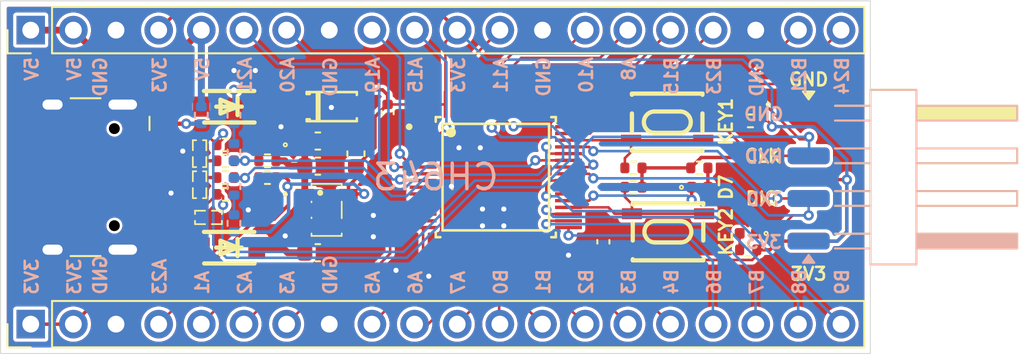
<source format=kicad_pcb>
(kicad_pcb (version 20241229) (generator "pcbnew") (generator_version "9.0")
  (layers (0 "F.Cu" signal) (2 "B.Cu" signal) (13 "F.Paste" user) (15 "B.Paste" user) (5 "F.SilkS" user "F.Silkscreen") (7 "B.SilkS" user "B.Silkscreen") (1 "F.Mask" user) (3 "B.Mask" user) (25 "Edge.Cuts" user))
  (net 0 "")
  (net 1 "+3.3V")
  (net 2 "GND")
  (net 3 "+5V")
  (net 4 "VBUS")
  (net 5 "Net-(D2-A)")
  (net 6 "EXT_5V")
  (net 7 "Net-(D5-A)")
  (net 8 "Net-(D7-A)")
  (net 9 "/LED")
  (net 10 "/CC1")
  (net 12 "/CC2")
  (net 14 "/PA23")
  (net 15 "/PA15")
  (net 16 "/PA21")
  (net 17 "/I2C_SDA")
  (net 18 "/PB23")
  (net 19 "/PB14")
  (net 20 "/PA8")
  (net 21 "/PA20")
  (net 22 "/I2C_SCL")
  (net 23 "/PB21")
  (net 24 "/PA19")
  (net 25 "/SPI_MOSI")
  (net 26 "/PA3")
  (net 27 "/PB6")
  (net 28 "/PB7")
  (net 29 "/PB4")
  (net 30 "/PB15")
  (net 31 "/SPI_MISO")
  (net 32 "/PB3")
  (net 33 "/PB1")
  (net 34 "/ADC_IN1")
  (net 36 "/PB8")
  (net 37 "/ADC_IN2{slash}CS")
  (net 38 "/MCO{slash}T1C1")
  (net 39 "/PB0")
  (net 40 "/SPI_SCK")
  (net 41 "/PB2")
  (net 42 "/USART1_TX")
  (net 43 "/USART1_RX")
  (net 44 "/SWCLK")
  (net 45 "/SWDIO")
  (net 46 "/USB_D-")
  (net 47 "/USB_D+")
  (net 48 "/KEY1")
  (net 49 "/KEY2")
  (net 70 "Net-(D10-A)")
  (net 71 "Net-(D11-A)")
  (net 72 "Net-(R10-Pad2)")
  (net 73 "Net-(R11-Pad2)")
  (net 74 "/D-")
  (net 75 "/D+")
  (footprint "Resistor_SMD:R_0402_1005Metric" (layer "F.Cu") (at 76.89 83.1)
    (property "Reference" "R16" (hide yes))
    (property "Value" "1k" (hide yes))
  )
  (footprint "Resistor_SMD:R_0402_1005Metric" (layer "F.Cu") (at 83.724999 86.83)
    (property "Reference" "R8" (hide yes))
    (property "Value" "1k" (hide yes))
  )
  (footprint "EasyEDA_Lib:SOD-123F_L2.8-W1.8-LS3.7-RD" (layer "F.Cu") (at 52.805 86.6945 180)
    (property "Reference" "D3" (hide yes))
    (property "Value" "MBR120V" (hide yes))
  )
  (footprint "LED_SMD:LED_0402_1005Metric" (layer "F.Cu") (at 80.839999 83.1)
    (property "Reference" "D7")
    (property "Value" "LED" (hide yes))
  )
  (footprint "EasyEDA_Lib:DFN1006-2L-BI" (layer "F.Cu") (at 51.05 81.100419 -90)
    (property "Reference" "D8" (hide yes))
    (property "Value" "PESDMC2FD5VB" (hide yes))
  )
  (footprint "EasyEDA_Lib:SOT-23-5_L3.0-W1.7-P0.95-LS2.8-BR" (layer "F.Cu") (at 58.616999 84.45 180)
    (property "Reference" "U2" (hide yes))
    (property "Value" "ME6217C33" (hide yes))
  )
  (footprint "LED_SMD:LED_0402_1005Metric" (layer "F.Cu") (at 55.067501 80.57542 180)
    (property "Reference" "D2" (hide yes))
    (property "Value" "LED" (hide yes))
  )
  (footprint "Capacitor_SMD:C_0603_1608Metric" (layer "F.Cu") (at 60.362 81.1 90)
    (property "Reference" "C11" (hide yes))
    (property "Value" "10uF" (hide yes))
  )
  (footprint "EasyEDA_Lib:SOD-123_L2.8-W1.8-LS3.7-RD" (layer "F.Cu") (at 59.009499 78.3)
    (property "Reference" "D6" (hide yes))
    (property "Value" "MM1Z20V" (hide yes))
  )
  (footprint "EasyEDA_Lib:SW-SMD_4P-L4.2-W3.3-P2.15-LS4.6" (layer "F.Cu") (at 78.95 85.755)
    (property "Reference" "KEY2")
    (property "Value" "Key")
  )
  (footprint "LED_SMD:LED_0402_1005Metric" (layer "F.Cu") (at 83.7 85.85 180)
    (property "Reference" "D10" (hide yes))
    (property "Value" "LED" (hide yes))
  )
  (footprint "Resistor_SMD:R_0402_1005Metric" (layer "F.Cu") (at 52.59 82.52542 180)
    (property "Reference" "R6" (hide yes))
    (property "Value" "0R" (hide yes))
  )
  (footprint "LED_SMD:LED_0402_1005Metric" (layer "F.Cu") (at 83.832501 78.17 180)
    (property "Reference" "D11" (hide yes))
    (property "Value" "LED" (hide yes))
  )
  (footprint "Connector_Harwin:Harwin_M20-89004xx_1x04_P2.54mm_Horizontal" (layer "F.Cu") (at 92.85 82.5)
    (property "Reference" "J5" (hide yes))
    (property "Value" "Conn_01x04_Pin" (hide yes))
  )
  (footprint "Connector_PinHeader_2.54mm:PinHeader_1x20_P2.54mm_Vertical" (layer "F.Cu") (at 40.995 73.745 90)
    (property "Reference" "J2" (hide yes))
    (property "Value" "Conn_01x20_Pin" (hide yes))
  )
  (footprint "Capacitor_SMD:C_0603_1608Metric" (layer "F.Cu") (at 58.091999 80.35)
    (property "Reference" "C2" (hide yes))
    (property "Value" "10uF" (hide yes))
  )
  (footprint "Resistor_SMD:R_0402_1005Metric" (layer "F.Cu") (at 83.857501 79.15)
    (property "Reference" "R9" (hide yes))
    (property "Value" "1k" (hide yes))
  )
  (footprint "EasyEDA_Lib:DFN1006-2L-BI" (layer "F.Cu") (at 51.579999 84.9)
    (property "Reference" "D1" (hide yes))
    (property "Value" "PESDMC2FD5VB" (hide yes))
  )
  (footprint "Capacitor_SMD:C_0603_1608Metric" (layer "F.Cu") (at 58.091999 87)
    (property "Reference" "C10" (hide yes))
    (property "Value" "10uF" (hide yes))
  )
  (footprint "Resistor_SMD:R_0402_1005Metric" (layer "F.Cu") (at 55.0925 82.52542)
    (property "Reference" "R4" (hide yes))
    (property "Value" "1k" (hide yes))
  )
  (footprint "Resistor_SMD:R_0402_1005Metric" (layer "F.Cu") (at 52.59 83.52542 180)
    (property "Reference" "R3" (hide yes))
    (property "Value" "NC" (hide yes))
  )
  (footprint "Resistor_SMD:R_0402_1005Metric" (layer "F.Cu") (at 76.89 81.95)
    (property "Reference" "R14" (hide yes))
    (property "Value" "1k" (hide yes))
  )
  (footprint "EasyEDA_Lib:LQFP-64_L7.0-W7.0-P0.40-LS9.2-BL" (layer "F.Cu") (at 68.69226 82.5 -90)
    (property "Reference" "U1" (hide yes))
    (property "Value" "CH643Q" (hide yes))
  )
  (footprint "Connector_USB:USB_C_Receptacle_HCTL_HC-TYPE-C-16P-01A" (layer "F.Cu") (at 43.37 82.5 -90)
    (property "Reference" "J1" (hide yes))
    (property "Value" "USB_C_Receptacle_USB2.0_16P" (hide yes))
  )
  (footprint "Capacitor_SMD:C_0402_1005Metric" (layer "F.Cu") (at 62.25 78.65 -90)
    (property "Reference" "C15" (hide yes))
    (property "Value" "0.1uF" (hide yes))
  )
  (footprint "EasyEDA_Lib:SW-SMD_4P-L4.2-W3.3-P2.15-LS4.6" (layer "F.Cu") (at 78.9 79.225 180)
    (property "Reference" "KEY1")
    (property "Value" "Key")
  )
  (footprint "Connector_PinHeader_2.54mm:PinHeader_1x20_P2.54mm_Vertical" (layer "F.Cu") (at 40.995 91.255 90)
    (property "Reference" "J3" (hide yes))
    (property "Value" "Conn_01x20_Pin" (hide yes))
  )
  (footprint "Capacitor_SMD:C_0402_1005Metric" (layer "F.Cu") (at 75.1 86.35 90)
    (property "Reference" "C1" (hide yes))
    (property "Value" "0.1uF" (hide yes))
  )
  (footprint "EasyEDA_Lib:SOD-123F_L2.8-W1.8-LS3.7-RD" (layer "F.Cu") (at 52.805 78.3 180)
    (property "Reference" "D4" (hide yes))
    (property "Value" "MBR120V" (hide yes))
  )
  (footprint "Resistor_SMD:R_0402_1005Metric" (layer "F.Cu") (at 52.59 80.57542)
    (property "Reference" "R2" (hide yes))
    (property "Value" "NC" (hide yes))
  )
  (footprint "Resistor_SMD:R_0402_1005Metric" (layer "F.Cu") (at 55.0925 81.525418)
    (property "Reference" "R1" (hide yes))
    (property "Value" "2k" (hide yes))
  )
  (footprint "LED_SMD:LED_0402_1005Metric" (layer "F.Cu") (at 55.067501 83.52542 180)
    (property "Reference" "D5" (hide yes))
    (property "Value" "LED" (hide yes))
  )
  (footprint "Resistor_SMD:R_0402_1005Metric" (layer "F.Cu") (at 52.59 81.525418 180)
    (property "Reference" "R5" (hide yes))
    (property "Value" "0R")
  )
  (footprint "Resistor_SMD:R_0402_1005Metric" (layer "F.Cu") (at 80.815 81.95 180)
    (property "Reference" "R7" (hide yes))
    (property "Value" "1k" (hide yes))
  )
  (footprint "EasyEDA_Lib:DFN1006-2L-BI" (layer "F.Cu") (at 51.05 82.950419 90)
    (property "Reference" "D9" (hide yes))
    (property "Value" "PESDMC2FD5VB" (hide yes))
  )
  (footprint "Capacitor_SMD:C_0603_1608Metric" (layer "F.Cu") (at 58.091999 81.844965)
    (property "Reference" "C3" (hide yes))
    (property "Value" "0.1uF" (hide yes))
  )
  (footprint "Resistor_SMD:R_0402_1005Metric" (layer "B.Cu") (at 53.1 81.015419 90)
    (property "Reference" "R10" (hide yes))
    (property "Value" "NC" (hide yes))
  )
  (footprint "Resistor_SMD:R_0402_1005Metric" (layer "B.Cu") (at 53.1 78.809999 90)
    (property "Reference" "R13" (hide yes))
    (property "Value" "4.7k" (hide yes))
  )
  (footprint "Resistor_SMD:R_0402_1005Metric" (layer "B.Cu") (at 51.155 78.809999 -90)
    (property "Reference" "R12" (hide yes))
    (property "Value" "NC" (hide yes))
  )
  (footprint "Resistor_SMD:R_0402_1005Metric" (layer "B.Cu") (at 53.099999 85.249799 -90)
    (property "Reference" "R15" (hide yes))
    (property "Value" "4.7k" (hide yes))
  )
  (footprint "Connector_Harwin:Harwin_M20-89004xx_1x04_P2.54mm_Horizontal" (layer "B.Cu") (at 92.85 82.5)
    (property "Reference" "J4" (hide yes))
    (property "Value" "Conn_01x04_Pin" (hide yes))
  )
  (footprint "Resistor_SMD:R_0402_1005Metric" (layer "B.Cu") (at 53.099999 83.059999 -90)
    (property "Reference" "R11" (hide yes))
    (property "Value" "NC" (hide yes))
  )
  (gr_rect (start 39.2 72) (end 91 93) (stroke (width 0.05)) (fill no) (layer "Edge.Cuts"))
  (gr_text "DIO" (at 84.55 83.770001 0) (layer "F.SilkS") (effects (font (size 0.762 0.762) (thickness 0.1524))))
  (gr_text "GND" (at 87.325 76.688369 0) (layer "F.SilkS") (effects (font (size 0.762 0.762) (thickness 0.1524))))
  (gr_text "CLK" (at 84.6 81.229999 0) (layer "F.SilkS") (effects (font (size 0.762 0.762) (thickness 0.1524))))
  (gr_text "3V3" (at 87.325 88.261632 0) (layer "F.SilkS") (effects (font (size 0.762 0.762) (thickness 0.1524))))
  (gr_text "A1" (at 51.660968 88.000343 90) (layer "B.SilkS") (effects (font (size 0.762 0.762) (thickness 0.1524) (bold yes)) (justify left bottom mirror)))
  (gr_text "CH643" (at 68.989829 83.385444 0) (layer "B.SilkS") (effects (font (size 1.524 1.524) (thickness 0.2032)) (justify left bottom mirror)))
  (gr_text "A6" (at 64.360968 88.000343 90) (layer "B.SilkS") (effects (font (size 0.762 0.762) (thickness 0.1524) (bold yes)) (justify left bottom mirror)))
  (gr_text "GND" (at 84.680968 75.268056 90) (layer "B.SilkS") (effects (font (size 0.762 0.762) (thickness 0.1524) (bold yes)) (justify left bottom mirror)))
  (gr_text "GND" (at 71.980968 75.268056 90) (layer "B.SilkS") (effects (font (size 0.762 0.762) (thickness 0.1524) (bold yes)) (justify left bottom mirror)))
  (gr_text "B2" (at 74.520968 87.891486 90) (layer "B.SilkS") (effects (font (size 0.762 0.762) (thickness 0.1524) (bold yes)) (justify left bottom mirror)))
  (gr_text "B4" (at 79.600968 87.891486 90) (layer "B.SilkS") (effects (font (size 0.762 0.762) (thickness 0.1524) (bold yes)) (justify left bottom mirror)))
  (gr_text "A19" (at 61.820968 75.268056 90) (layer "B.SilkS") (effects (font (size 0.762 0.762) (thickness 0.1524) (bold yes)) (justify left bottom mirror)))
  (gr_text "A5" (at 61.820968 88.000343 90) (layer "B.SilkS") (effects (font (size 0.762 0.762) (thickness 0.1524) (bold yes)) (justify left bottom mirror)))
  (gr_text "GND" (at 59.280968 75.268056 90) (layer "B.SilkS") (effects (font (size 0.762 0.762) (thickness 0.1524) (bold yes)) (justify left bottom mirror)))
  (gr_text "B21" (at 87.220968 75.268056 90) (layer "B.SilkS") (effects (font (size 0.762 0.762) (thickness 0.1524) (bold yes)) (justify left bottom mirror)))
  (gr_text "A2" (at 54.200968 88.000343 90) (layer "B.SilkS") (effects (font (size 0.762 0.762) (thickness 0.1524) (bold yes)) (justify left bottom mirror)))
  (gr_text "5V" (at 51.660968 75.268056 90) (layer "B.SilkS") (effects (font (size 0.762 0.762) (thickness 0.1524) (bold yes)) (justify left bottom mirror)))
  (gr_text "B3" (at 77.060968 87.891486 90) (layer "B.SilkS") (effects (font (size 0.762 0.762) (thickness 0.1524) (bold yes)) (justify left bottom mirror)))
  (gr_text "A23" (at 49.120968 87.274629 90) (layer "B.SilkS") (effects (font (size 0.762 0.762) (thickness 0.1524) (bold yes)) (justify left bottom mirror)))
  (gr_text "5V" (at 41.500968 75.268056 90) (layer "B.SilkS") (effects (font (size 0.762 0.762) (thickness 0.1524) (bold yes)) (justify left bottom mirror)))
  (gr_text "A11" (at 69.440968 75.268056 90) (layer "B.SilkS") (effects (font (size 0.762 0.762) (thickness 0.1524) (bold yes)) (justify left bottom mirror)))
  (gr_text "GND" (at 59.280968 87.056914 90) (layer "B.SilkS") (effects (font (size 0.762 0.762) (thickness 0.1524) (bold yes)) (justify left bottom mirror)))
  (gr_text "3V3" (at 41.500968 87.274629 90) (layer "B.SilkS") (effects (font (size 0.762 0.762) (thickness 0.1524) (bold yes)) (justify left bottom mirror)))
  (gr_text "RXD" (at 85.877257 81.735967 0) (layer "B.SilkS") (effects (font (size 0.762 0.762) (thickness 0.1524) (bold yes)) (justify left bottom mirror)))
  (gr_text "3V3" (at 44.040968 87.274629 90) (layer "B.SilkS") (effects (font (size 0.762 0.762) (thickness 0.1524) (bold yes)) (justify left bottom mirror)))
  (gr_text "TXD" (at 85.786543 84.275969 0) (layer "B.SilkS") (effects (font (size 0.762 0.762) (thickness 0.1524) (bold yes)) (justify left bottom mirror)))
  (gr_text "B7" (at 84.680968 87.891486 90) (layer "B.SilkS") (effects (font (size 0.762 0.762) (thickness 0.1524) (bold yes)) (justify left bottom mirror)))
  (gr_text "B23" (at 82.140968 75.268056 90) (layer "B.SilkS") (effects (font (size 0.762 0.762) (thickness 0.1524) (bold yes)) (justify left bottom mirror)))
  (gr_text "5V" (at 44.040968 75.268056 90) (layer "B.SilkS") (effects (font (size 0.762 0.762) (thickness 0.1524) (bold yes)) (justify left bottom mirror)))
  (gr_text "GND\n" (at 45.580968 75.268056 90) (layer "B.SilkS") (effects (font (size 0.762 0.762) (thickness 0.1524) (bold yes)) (justify left bottom mirror)))
  (gr_text "A15" (at 64.360968 75.268056 90) (layer "B.SilkS") (effects (font (size 0.762 0.762) (thickness 0.1524) (bold yes)) (justify left bottom mirror)))
  (gr_text "GND" (at 85.913543 79.195968 0) (layer "B.SilkS") (effects (font (size 0.762 0.762) (thickness 0.1524) (bold yes)) (justify left bottom mirror)))
  (gr_text "B0" (at 69.440968 87.891486 90) (layer "B.SilkS") (effects (font (size 0.762 0.762) (thickness 0.1524) (bold yes)) (justify left bottom mirror)))
  (gr_text "A21" (at 54.200968 75.268056 90) (layer "B.SilkS") (effects (font (size 0.762 0.762) (thickness 0.1524) (bold yes)) (justify left bottom mirror)))
  (gr_text "B1" (at 71.980968 87.891486 90) (layer "B.SilkS") (effects (font (size 0.762 0.762) (thickness 0.1524) (bold yes)) (justify left bottom mirror)))
  (gr_text "A7" (at 66.900968 88.000343 90) (layer "B.SilkS") (effects (font (size 0.762 0.762) (thickness 0.1524) (bold yes)) (justify left bottom mirror)))
  (gr_text "3V3" (at 66.900968 75.268056 90) (layer "B.SilkS") (effects (font (size 0.762 0.762) (thickness 0.1524) (bold yes)) (justify left bottom mirror)))
  (gr_text "B6" (at 82.140968 87.891486 90) (layer "B.SilkS") (effects (font (size 0.762 0.762) (thickness 0.1524) (bold yes)) (justify left bottom mirror)))
  (gr_text "B9" (at 89.760968 87.891486 90) (layer "B.SilkS") (effects (font (size 0.762 0.762) (thickness 0.1524) (bold yes)) (justify left bottom mirror)))
  (gr_text "A8" (at 77.060968 75.268056 90) (layer "B.SilkS") (effects (font (size 0.762 0.762) (thickness 0.1524) (bold yes)) (justify left bottom mirror)))
  (gr_text "GND" (at 45.580968 87.056914 90) (layer "B.SilkS") (effects (font (size 0.762 0.762) (thickness 0.1524) (bold yes)) (justify left bottom mirror)))
  (gr_text "3V3" (at 49.120968 75.268056 90) (layer "B.SilkS") (effects (font (size 0.762 0.762) (thickness 0.1524) (bold yes)) (justify left bottom mirror)))
  (gr_text "B24" (at 89.760968 75.268056 90) (layer "B.SilkS") (effects (font (size 0.762 0.762) (thickness 0.1524) (bold yes)) (justify left bottom mirror)))
  (gr_text "B8" (at 87.220968 87.891486 90) (layer "B.SilkS") (effects (font (size 0.762 0.762) (thickness 0.1524) (bold yes)) (justify left bottom mirror)))
  (gr_text "A20" (at 56.740968 75.268056 90) (layer "B.SilkS") (effects (font (size 0.762 0.762) (thickness 0.1524) (bold yes)) (justify left bottom mirror)))
  (gr_text "A3" (at 56.740968 88.000343 90) (layer "B.SilkS") (effects (font (size 0.762 0.762) (thickness 0.1524) (bold yes)) (justify left bottom mirror)))
  (gr_text "A10" (at 74.520968 75.268056 90) (layer "B.SilkS") (effects (font (size 0.762 0.762) (thickness 0.1524) (bold yes)) (justify left bottom mirror)))
  (gr_text "3V3" (at 85.804686 86.815968 0) (layer "B.SilkS") (effects (font (size 0.762 0.762) (thickness 0.1524) (bold yes)) (justify left bottom mirror)))
  (gr_text "B15" (at 79.600968 75.268056 90) (layer "B.SilkS") (effects (font (size 0.762 0.762) (thickness 0.1524) (bold yes)) (justify left bottom mirror)))
  (segment (start 80.305001 81.95) (end 80.927601 81.3274) (width 0.2032) (layer "F.Cu") (net 1))
  (segment (start 83.9678 87.4322) (end 84.234998 87.165002) (width 0.1524) (layer "F.Cu") (net 1))
  (segment (start 61.5 80.737) (end 61.5 78.9) (width 0.2032) (layer "F.Cu") (net 1))
  (segment (start 59.916999 83.033001) (end 59.916999 83.5) (width 0.2032) (layer "F.Cu") (net 1))
  (segment (start 60.362 81.875) (end 60.362 82.588) (width 0.2032) (layer "F.Cu") (net 1))
  (segment (start 84.234998 87.165002) (end 84.234998 86.879998) (width 0.1524) (layer "F.Cu") (net 1))
  (segment (start 56.283248 82.951994) (end 56.349798 82.885444) (width 0.2032) (layer "F.Cu") (net 1))
  (segment (start 74.7 88.1) (end 75.1 87.7) (width 0.1524) (layer "F.Cu") (net 1))
  (segment (start 43.5225 91.255) (end 47.1549 87.6226) (width 0.2032) (layer "F.Cu") (net 1))
  (segment (start 83.541696 81.3274) (end 84.864296 82.65) (width 0.2032) (layer "F.Cu") (net 1))
  (segment (start 75.1 86.83) (end 75.43 86.83) (width 0.1524) (layer "F.Cu") (net 1))
  (segment (start 61.95 77.3) (end 62.25 77.6) (width 0.2032) (layer "F.Cu") (net 1))
  (segment (start 62.25 78.17) (end 65.69226 78.17) (width 0.1524) (layer "F.Cu") (net 1))
  (segment (start 55.5 85) (end 56.349798 84.150202) (width 0.2032) (layer "F.Cu") (net 1))
  (segment (start 65.69226 74.44774) (end 66.395 73.745) (width 0.1524) (layer "F.Cu") (net 1))
  (segment (start 53.1 77.3) (end 61.95 77.3) (width 0.2032) (layer "F.Cu") (net 1))
  (segment (start 54.4 85) (end 55.5 85) (width 0.2032) (layer "F.Cu") (net 1))
  (segment (start 89.04 86.31) (end 89.6 85.75) (width 0.2032) (layer "F.Cu") (net 1))
  (segment (start 65.69226 78.17) (end 65.69226 74.44774) (width 0.1524) (layer "F.Cu") (net 1))
  (segment (start 87.325 86.31) (end 89.04 86.31) (width 0.2032) (layer "F.Cu") (net 1))
  (segment (start 56.349798 84.150202) (end 56.349798 83.1223) (width 0.2032) (layer "F.Cu") (net 1))
  (segment (start 65.2424 72.5924) (end 66.395 73.745) (width 0.2032) (layer "F.Cu") (net 1))
  (segment (start 56.349798 82.885444) (end 56.349798 82.699798) (width 0.2032) (layer "F.Cu") (net 1))
  (segment (start 71.29226 87.8844) (end 71.50786 88.1) (width 0.1524) (layer "F.Cu") (net 1))
  (segment (start 84.864296 82.65) (end 89.6 82.65) (width 0.2032) (layer "F.Cu") (net 1))
  (segment (start 59.916999 83.5) (end 60.85 83.5) (width 0.2032) (layer "F.Cu") (net 1))
  (segment (start 85.15 79.42166) (end 84.87834 79.15) (width 0.1524) (layer "F.Cu") (net 1))
  (segment (start 80.927601 81.3274) (end 83.541696 81.3274) (width 0.2032) (layer "F.Cu") (net 1))
  (segment (start 85.54 86.31) (end 87.325 86.31) (width 0.2032) (layer "F.Cu") (net 1))
  (segment (start 56.17542 82.52542) (end 55.602499 82.52542) (width 0.2032) (layer "F.Cu") (net 1))
  (segment (start 62.25 77.6) (end 62.25 78.17) (width 0.2032) (layer "F.Cu") (net 1))
  (segment (start 75.43 86.83) (end 76.0322 87.4322) (width 0.1524) (layer "F.Cu") (net 1))
  (segment (start 76.0322 87.4322) (end 83.9678 87.4322) (width 0.1524) (layer "F.Cu") (net 1))
  (segment (start 51.7774 87.6226) (end 54.4 85) (width 0.2032) (layer "F.Cu") (net 1))
  (segment (start 71.29226 86.83) (end 71.29226 87.8844) (width 0.1524) (layer "F.Cu") (net 1))
  (segment (start 77.399999 81.95) (end 80.305001 81.95) (width 0.2032) (layer "F.Cu") (net 1))
  (segment (start 40.9825 91.255) (end 43.5225 91.255) (width 0.2032) (layer "F.Cu") (net 1))
  (segment (start 84.87834 79.15) (end 84.367501 79.15) (width 0.1524) (layer "F.Cu") (net 1))
  (segment (start 49.7676 72.5924) (end 65.2424 72.5924) (width 0.2032) (layer "F.Cu") (net 1))
  (segment (start 47.1549 87.6226) (end 51.7774 87.6226) (width 0.2032) (layer "F.Cu") (net 1))
  (segment (start 48.615 73.745) (end 49.7676 72.5924) (width 0.2032) (layer "F.Cu") (net 1))
  (segment (start 85.13917 79.50817) (end 85.15 79.49734) (width 0.1524) (layer "F.Cu") (net 1))
  (segment (start 84.234998 86.83) (end 85.02 86.83) (width 0.2032) (layer "F.Cu") (net 1))
  (segment (start 56.349798 82.699798) (end 56.17542 82.52542) (width 0.2032) (layer "F.Cu") (net 1))
  (segment (start 60.362 82.588) (end 59.916999 83.033001) (width 0.2032) (layer "F.Cu") (net 1))
  (segment (start 56.349798 83.1223) (end 56.283248 83.05575) (width 0.2032) (layer "F.Cu") (net 1))
  (segment (start 85.02 86.83) (end 85.54 86.31) (width 0.2032) (layer "F.Cu") (net 1))
  (segment (start 75.1 87.7) (end 75.1 86.83) (width 0.1524) (layer "F.Cu") (net 1))
  (segment (start 61.5 78.9) (end 62.23 78.17) (width 0.2032) (layer "F.Cu") (net 1))
  (segment (start 62.23 78.17) (end 62.25 78.17) (width 0.2032) (layer "F.Cu") (net 1))
  (segment (start 77.399999 83.1) (end 77.399999 81.95) (width 0.2032) (layer "F.Cu") (net 1))
  (segment (start 71.50786 88.1) (end 74.7 88.1) (width 0.1524) (layer "F.Cu") (net 1))
  (segment (start 56.283248 83.05575) (end 56.283248 82.951994) (width 0.2032) (layer "F.Cu") (net 1))
  (segment (start 89.6 85.75) (end 89.6 82.65) (width 0.2032) (layer "F.Cu") (net 1))
  (segment (start 85.15 79.49734) (end 85.15 79.42166) (width 0.1524) (layer "F.Cu") (net 1))
  (segment (start 60.362 81.875) (end 61.5 80.737) (width 0.2032) (layer "F.Cu") (net 1))
  (via (at 85.13917 79.4926) (size 0.6096) (drill 0.3048) (layers "F.Cu" "B.Cu") (net 1))
  (via (at 60.85 83.5) (size 0.6096) (drill 0.3048) (layers "F.Cu" "B.Cu") (net 1))
  (via (at 89.6 82.65) (size 0.6096) (drill 0.3048) (layers "F.Cu" "B.Cu") (net 1))
  (via (at 56.283248 83.05575) (size 0.6096) (drill 0.3048) (layers "F.Cu" "B.Cu") (net 1))
  (via (at 53.1 77.3) (size 0.6096) (drill 0.3048) (layers "F.Cu" "B.Cu") (net 1))
  (segment (start 56.349798 84.650202) (end 55.240202 85.759798) (width 0.2032) (layer "B.Cu") (net 1))
  (segment (start 89.6 81.466577) (end 89.6 82.65) (width 0.2032) (layer "B.Cu") (net 1))
  (segment (start 56.283248 83.05575) (end 56.349798 83.1223) (width 0.2032) (layer "B.Cu") (net 1))
  (segment (start 85.13917 77.23917) (end 83.4 75.5) (width 0.1524) (layer "B.Cu") (net 1))
  (segment (start 85.13917 79.4926) (end 85.13917 77.23917) (width 0.1524) (layer "B.Cu") (net 1))
  (segment (start 56.283248 83.05575) (end 56.283248 83.01271) (width 0.2032) (layer "B.Cu") (net 1))
  (segment (start 83.4 75.5) (end 68.15 75.5) (width 0.1524) (layer "B.Cu") (net 1))
  (segment (start 85.16083 79.50817) (end 85.1764 79.4926) (width 0.2032) (layer "B.Cu") (net 1))
  (segment (start 85.13917 79.4926) (end 85.15474 79.50817) (width 0.2032) (layer "B.Cu") (net 1))
  (segment (start 89.6 85.75) (end 89.6 82.65) (width 0.2032) (layer "B.Cu") (net 1))
  (segment (start 56.380156 82.915802) (end 60.265802 82.915802) (width 0.2032) (layer "B.Cu") (net 1))
  (segment (start 85.1764 79.4926) (end 87.626023 79.4926) (width 0.2032) (layer "B.Cu") (net 1))
  (segment (start 60.265802 82.915802) (end 60.85 83.5) (width 0.2032) (layer "B.Cu") (net 1))
  (segment (start 56.349798 83.1223) (end 56.349798 84.650202) (width 0.2032) (layer "B.Cu") (net 1))
  (segment (start 87.325 86.31) (end 89.04 86.31) (width 0.2032) (layer "B.Cu") (net 1))
  (segment (start 55.240202 85.759798) (end 53.099999 85.759798) (width 0.2032) (layer "B.Cu") (net 1))
  (segment (start 68.15 75.5) (end 66.395 73.745) (width 0.1524) (layer "B.Cu") (net 1))
  (segment (start 85.15474 79.50817) (end 85.16083 79.50817) (width 0.2032) (layer "B.Cu") (net 1))
  (segment (start 53.1 78.3) (end 53.1 77.3) (width 0.2032) (layer "B.Cu") (net 1))
  (segment (start 87.626023 79.4926) (end 89.6 81.466577) (width 0.2032) (layer "B.Cu") (net 1))
  (segment (start 89.04 86.31) (end 89.6 85.75) (width 0.2032) (layer "B.Cu") (net 1))
  (segment (start 56.283248 83.01271) (end 56.380156 82.915802) (width 0.2032) (layer "B.Cu") (net 1))
  (via (at 53.1 76.15) (size 0.6096) (drill 0.3048) (layers "F.Cu" "B.Cu") (net 2))
  (via (at 61.4 84.779999) (size 0.6096) (drill 0.3048) (layers "F.Cu" "B.Cu") (net 2))
  (via (at 69.17 84.4) (size 0.6096) (drill 0.3048) (layers "F.Cu" "B.Cu") (net 2))
  (via (at 73.02226 87.15) (size 0.6096) (drill 0.3048) (layers "F.Cu" "B.Cu") (net 2))
  (via (at 67.9 84.4) (size 0.6096) (drill 0.3048) (layers "F.Cu" "B.Cu") (net 2))
  (via (at 67.9 85.4) (size 0.6096) (drill 0.3048) (layers "F.Cu" "B.Cu") (net 2))
  (via (at 67.77 80.75) (size 0.6096) (drill 0.3048) (layers "F.Cu" "B.Cu") (net 2))
  (via (at 64.7 88.4) (size 0.6096) (drill 0.3048) (layers "F.Cu" "B.Cu") (net 2))
  (via (at 50.05 80.95) (size 0.6096) (drill 0.3048) (layers "F.Cu" "B.Cu") (net 2))
  (via (at 54.37 76.15) (size 0.6096) (drill 0.3048) (layers "F.Cu" "B.Cu") (net 2))
  (via (at 58.9 78.35) (size 0.6096) (drill 0.3048) (layers "F.Cu" "B.Cu") (net 2))
  (via (at 55.9 79.5) (size 0.6096) (drill 0.3048) (layers "F.Cu" "B.Cu") (net 2))
  (via (at 53.95 84.45) (size 0.6096) (drill 0.3048) (layers "F.Cu" "B.Cu") (net 2))
  (via (at 61.4 86.05) (size 0.6096) (drill 0.3048) (layers "F.Cu" "B.Cu") (net 2))
  (via (at 66.05 83.05) (size 0.6096) (drill 0.3048) (layers "F.Cu" "B.Cu") (net 2))
  (via (at 56.15 86) (size 0.6096) (drill 0.3048) (layers "F.Cu" "B.Cu") (net 2))
  (via (at 62.75 88.05) (size 0.6096) (drill 0.3048) (layers "F.Cu" "B.Cu") (net 2))
  (via (at 69.17 85.4) (size 0.6096) (drill 0.3048) (layers "F.Cu" "B.Cu") (net 2))
  (via (at 66.5 80.75) (size 0.6096) (drill 0.3048) (layers "F.Cu" "B.Cu") (net 2))
  (via (at 49.35 83.45) (size 0.6096) (drill 0.3048) (layers "F.Cu" "B.Cu") (net 2))
  (segment (start 58.6 83.95) (end 58.6 84.9) (width 0.4064) (layer "F.Cu") (net 3))
  (segment (start 57.316999 80.35) (end 57.316999 81.844965) (width 0.4064) (layer "F.Cu") (net 3))
  (segment (start 58.1 85.4) (end 57.316999 85.4) (width 0.4064) (layer "F.Cu") (net 3))
  (segment (start 54.455 78.3) (end 57.316999 78.3) (width 0.4064) (layer "F.Cu") (net 3))
  (segment (start 54.455 86.6945) (end 55.9945 86.6945) (width 0.4064) (layer "F.Cu") (net 3))
  (segment (start 57.316999 87) (end 57.316999 85.4) (width 0.4064) (layer "F.Cu") (net 3))
  (segment (start 57.316999 78.3) (end 57.316999 80.35) (width 0.4064) (layer "F.Cu") (net 3))
  (segment (start 57.316999 83.5) (end 58.15 83.5) (width 0.4064) (layer "F.Cu") (net 3))
  (segment (start 56.3 87) (end 57.316999 87) (width 0.4064) (layer "F.Cu") (net 3))
  (segment (start 57.316999 81.844965) (end 57.316999 83.5) (width 0.4064) (layer "F.Cu") (net 3))
  (segment (start 56.125418 81.525418) (end 55.602499 81.525418) (width 0.4064) (layer "F.Cu") (net 3))
  (segment (start 55.9945 86.6945) (end 56.3 87) (width 0.4064) (layer "F.Cu") (net 3))
  (segment (start 58.6 84.9) (end 58.1 85.4) (width 0.4064) (layer "F.Cu") (net 3))
  (segment (start 57.316999 81.844965) (end 56.444965 81.844965) (width 0.4064) (layer "F.Cu") (net 3))
  (segment (start 56.444965 81.844965) (end 56.125418 81.525418) (width 0.4064) (layer "F.Cu") (net 3))
  (segment (start 58.15 83.5) (end 58.6 83.95) (width 0.4064) (layer "F.Cu") (net 3))
  (segment (start 51.155 84.9) (end 51.155 86.6945) (width 0.254) (layer "F.Cu") (net 4))
  (segment (start 45.6566 84.013608) (end 46.542992 84.9) (width 0.254) (layer "F.Cu") (net 4))
  (segment (start 47.115 84.9) (end 51.155 84.9) (width 0.254) (layer "F.Cu") (net 4))
  (segment (start 48.35 80.1) (end 49.130002 79.319998) (width 0.254) (layer "F.Cu") (net 4))
  (segment (start 47.115 80.1) (end 46.507072 80.1) (width 0.254) (layer "F.Cu") (net 4))
  (segment (start 47.115 80.1) (end 48.35 80.1) (width 0.254) (layer "F.Cu") (net 4))
  (segment (start 45.6566 80.950472) (end 45.6566 84.013608) (width 0.254) (layer "F.Cu") (net 4))
  (segment (start 46.507072 80.1) (end 45.6566 80.950472) (width 0.254) (layer "F.Cu") (net 4))
  (segment (start 49.130002 79.319998) (end 50.25 79.319998) (width 0.254) (layer "F.Cu") (net 4))
  (segment (start 46.542992 84.9) (end 47.115 84.9) (width 0.254) (layer "F.Cu") (net 4))
  (via (at 50.25 79.319998) (size 0.6096) (drill 0.3048) (layers "F.Cu" "B.Cu") (net 4))
  (segment (start 51.155 79.319998) (end 50.25 79.319998) (width 0.254) (layer "B.Cu") (net 4))
  (segment (start 50.25 79.319998) (end 50.230002 79.319998) (width 0.2032) (layer "B.Cu") (net 4))
  (segment (start 54.582501 80.57542) (end 54.582501 81.525418) (width 0.2032) (layer "F.Cu") (net 5))
  (segment (start 51.155 78.3) (end 51.155 73.745) (width 0.4064) (layer "F.Cu") (net 6))
  (segment (start 43.535 73.745) (end 44.7892 74.9992) (width 0.4064) (layer "F.Cu") (net 6))
  (segment (start 49.9008 74.9992) (end 51.155 73.745) (width 0.4064) (layer "F.Cu") (net 6))
  (segment (start 40.995 73.745) (end 43.535 73.745) (width 0.4064) (layer "F.Cu") (net 6))
  (segment (start 44.7892 74.9992) (end 49.9008 74.9992) (width 0.4064) (layer "F.Cu") (net 6))
  (segment (start 51.155 78.3) (end 51.155 73.745) (width 0.4064) (layer "B.Cu") (net 6))
  (segment (start 54.582501 82.52542) (end 54.582501 83.52542) (width 0.2032) (layer "F.Cu") (net 7))
  (segment (start 81.324999 83.1) (end 81.324999 81.95) (width 0.2032) (layer "F.Cu") (net 8))
  (segment (start 74.431 83.669) (end 74.431 83.719) (width 0.1524) (layer "F.Cu") (net 9))
  (segment (start 74.5 83.6) (end 74.431 83.669) (width 0.1524) (layer "F.Cu") (net 9))
  (segment (start 80.354999 83.1) (end 80.354999 83.845001) (width 0.2032) (layer "F.Cu") (net 9))
  (segment (start 74.25 83.9) (end 73.02226 83.9) (width 0.1524) (layer "F.Cu") (net 9))
  (segment (start 74.431 83.719) (end 74.25 83.9) (width 0.1524) (layer "F.Cu") (net 9))
  (via (at 80.354999 83.845001) (size 0.6096) (drill 0.3048) (layers "F.Cu" "B.Cu") (net 9))
  (via (at 74.5 83.6) (size 0.6096) (drill 0.3048) (layers "F.Cu" "B.Cu") (net 9))
  (segment (start 80.354999 83.845001) (end 80.109998 83.6) (width 0.1524) (layer "B.Cu") (net 9))
  (segment (start 80.109998 83.6) (end 74.5 83.6) (width 0.1524) (layer "B.Cu") (net 9))
  (segment (start 52.45 80.20542) (end 52.45 79.9) (width 0.1524) (layer "F.Cu") (net 10))
  (segment (start 47.115 81.25) (end 48.65 81.25) (width 0.1524) (layer "F.Cu") (net 10))
  (segment (start 69.624802 79.474802) (end 69.29226 79.14226) (width 0.1524) (layer "F.Cu") (net 10))
  (segment (start 69.75 79.474802) (end 69.624802 79.474802) (width 0.1524) (layer "F.Cu") (net 10))
  (segment (start 52.08 80.57542) (end 52.45 80.20542) (width 0.1524) (layer "F.Cu") (net 10))
  (segment (start 49.72678 80.17322) (end 51.6778 80.17322) (width 0.1524) (layer "F.Cu") (net 10))
  (segment (start 48.65 81.25) (end 49.72678 80.17322) (width 0.1524) (layer "F.Cu") (net 10))
  (segment (start 51.6778 80.17322) (end 52.08 80.57542) (width 0.1524) (layer "F.Cu") (net 10))
  (segment (start 69.29226 79.14226) (end 69.29226 78.170001) (width 0.1524) (layer "F.Cu") (net 10))
  (via (at 52.45 79.9) (size 0.6096) (drill 0.3048) (layers "F.Cu" "B.Cu") (net 10))
  (via (at 69.75 79.474802) (size 0.6096) (drill 0.3048) (layers "F.Cu" "B.Cu") (net 10))
  (segment (start 51.868 86.517784) (end 51.868 80.482) (width 0.1524) (layer "B.Cu") (net 10))
  (segment (start 72.074585 79.474802) (end 73.1 80.500217) (width 0.1524) (layer "B.Cu") (net 10))
  (segment (start 73.0534 81.51924) (end 71.515839 83.0568) (width 0.1524) (layer "B.Cu") (net 10))
  (segment (start 73.1 80.500217) (end 73.1 81.45) (width 0.1524) (layer "B.Cu") (net 10))
  (segment (start 67.6 83.1) (end 63.3966 87.3034) (width 0.1524) (layer "B.Cu") (net 10))
  (segment (start 71.515839 83.0568) (end 71.4932 83.0568) (width 0.1524) (layer "B.Cu") (net 10))
  (segment (start 71.4932 83.0568) (end 71.45 83.1) (width 0.1524) (layer "B.Cu") (net 10))
  (segment (start 51.868 80.482) (end 52.45 79.9) (width 0.1524) (layer "B.Cu") (net 10))
  (segment (start 63.3966 87.3034) (end 52.653616 87.3034) (width 0.1524) (layer "B.Cu") (net 10))
  (segment (start 73.0534 81.4966) (end 73.0534 81.51924) (width 0.1524) (layer "B.Cu") (net 10))
  (segment (start 52.653616 87.3034) (end 51.868 86.517784) (width 0.1524) (layer "B.Cu") (net 10))
  (segment (start 69.75 79.474802) (end 72.074585 79.474802) (width 0.1524) (layer "B.Cu") (net 10))
  (segment (start 71.45 83.1) (end 67.6 83.1) (width 0.1524) (layer "B.Cu") (net 10))
  (segment (start 73.1 81.45) (end 73.0534 81.4966) (width 0.1524) (layer "B.Cu") (net 10))
  (segment (start 68.89226 79.10774) (end 68.45 79.55) (width 0.1524) (layer "F.Cu") (net 12))
  (segment (start 52.32542 83.52542) (end 52.45 83.65) (width 0.1524) (layer "F.Cu") (net 12))
  (segment (start 51.35542 84.25) (end 52.08 83.52542) (width 0.1524) (layer "F.Cu") (net 12))
  (segment (start 68.89226 78.17) (end 68.89226 79.10774) (width 0.1524) (layer "F.Cu") (net 12))
  (segment (start 47.115 84.25) (end 51.35542 84.25) (width 0.1524) (layer "F.Cu") (net 12))
  (segment (start 52.45 83.65) (end 52.45 84.15) (width 0.1524) (layer "F.Cu") (net 12))
  (segment (start 52.08 83.52542) (end 52.32542 83.52542) (width 0.1524) (layer "F.Cu") (net 12))
  (via (at 52.45 84.15) (size 0.6096) (drill 0.3048) (layers "F.Cu" "B.Cu") (net 12))
  (via (at 68.45 79.55) (size 0.6096) (drill 0.3048) (layers "F.Cu" "B.Cu") (net 12))
  (segment (start 72.7 80.6) (end 72.7 81.372856) (width 0.1524) (layer "B.Cu") (net 12))
  (segment (start 68.45 79.55) (end 69.018 80.118) (width 0.1524) (layer "B.Cu") (net 12))
  (segment (start 67.4466 82.7034) (end 63.2 86.95) (width 0.1524) (layer "B.Cu") (net 12))
  (segment (start 69.018 80.118) (end 72.218 80.118) (width 0.1524) (layer "B.Cu") (net 12))
  (segment (start 52.8 86.95) (end 52.4 86.55) (width 0.1524) (layer "B.Cu") (net 12))
  (segment (start 52.4 84.2) (end 52.45 84.15) (width 0.1524) (layer "B.Cu") (net 12))
  (segment (start 72.218 80.118) (end 72.7 80.6) (width 0.1524) (layer "B.Cu") (net 12))
  (segment (start 72.7 81.372856) (end 71.369456 82.7034) (width 0.1524) (layer "B.Cu") (net 12))
  (segment (start 63.2 86.95) (end 52.8 86.95) (width 0.1524) (layer "B.Cu") (net 12))
  (segment (start 52.4 86.55) (end 52.4 84.2) (width 0.1524) (layer "B.Cu") (net 12))
  (segment (start 71.369456 82.7034) (end 67.4466 82.7034) (width 0.1524) (layer "B.Cu") (net 12))
  (segment (start 51.7575 88.1) (end 61.35 88.1) (width 0.1524) (layer "F.Cu") (net 14))
  (segment (start 63.1 84.7) (end 64.362261 84.7) (width 0.1524) (layer "F.Cu") (net 14))
  (segment (start 61.35 88.1) (end 62.4 87.05) (width 0.1524) (layer "F.Cu") (net 14))
  (segment (start 48.6025 91.255) (end 51.7575 88.1) (width 0.1524) (layer "F.Cu") (net 14))
  (segment (start 62.4 87.05) (end 62.4 85.4) (width 0.1524) (layer "F.Cu") (net 14))
  (segment (start 62.4 85.4) (end 63.1 84.7) (width 0.1524) (layer "F.Cu") (net 14))
  (segment (start 64.36226 79.9) (end 65.4 79.9) (width 0.1524) (layer "F.Cu") (net 15))
  (segment (start 65.4 79.9) (end 65.75 79.55) (width 0.1524) (layer "F.Cu") (net 15))
  (via (at 65.75 79.55) (size 0.6096) (drill 0.3048) (layers "F.Cu" "B.Cu") (net 15))
  (segment (start 65.75 79.55) (end 65.75 75.64) (width 0.1524) (layer "B.Cu") (net 15))
  (segment (start 65.75 75.64) (end 63.855 73.745) (width 0.1524) (layer "B.Cu") (net 15))
  (segment (start 62.981173 82.63877) (end 62.981173 82.618827) (width 0.1524) (layer "F.Cu") (net 16))
  (segment (start 62.981173 82.618827) (end 63.3 82.3) (width 0.1524) (layer "F.Cu") (net 16))
  (segment (start 63.3 82.3) (end 64.36226 82.3) (width 0.1524) (layer "F.Cu") (net 16))
  (via (at 62.981173 82.63877) (size 0.6096) (drill 0.3048) (layers "F.Cu" "B.Cu") (net 16))
  (segment (start 62.565697 82.63877) (end 61.75 81.823073) (width 0.1524) (layer "B.Cu") (net 16))
  (segment (start 55.7 75.75) (end 53.695 73.745) (width 0.1524) (layer "B.Cu") (net 16))
  (segment (start 61.75 81.823073) (end 61.75 76.5) (width 0.1524) (layer "B.Cu") (net 16))
  (segment (start 61 75.75) (end 55.7 75.75) (width 0.1524) (layer "B.Cu") (net 16))
  (segment (start 61.75 76.5) (end 61 75.75) (width 0.1524) (layer "B.Cu") (net 16))
  (segment (start 62.981173 82.63877) (end 62.565697 82.63877) (width 0.1524) (layer "B.Cu") (net 16))
  (segment (start 67.29226 75.38774) (end 67.29226 78.17) (width 0.1524) (layer "F.Cu") (net 17))
  (segment (start 68.935 73.745) (end 67.29226 75.38774) (width 0.1524) (layer "F.Cu") (net 17))
  (segment (start 70.09226 77.1156) (end 70.09226 78.17) (width 0.1524) (layer "F.Cu") (net 18))
  (segment (start 71.05786 76.15) (end 70.09226 77.1156) (width 0.1524) (layer "F.Cu") (net 18))
  (segment (start 81.635 73.745) (end 79.23 76.15) (width 0.1524) (layer "F.Cu") (net 18))
  (segment (start 79.23 76.15) (end 71.05786 76.15) (width 0.1524) (layer "F.Cu") (net 18))
  (segment (start 86.05 76.95) (end 73.8 76.95) (width 0.1524) (layer "F.Cu") (net 19))
  (segment (start 89.255 73.745) (end 86.05 76.95) (width 0.1524) (layer "F.Cu") (net 19))
  (segment (start 73.8 76.95) (end 72.58 78.17) (width 0.1524) (layer "F.Cu") (net 19))
  (segment (start 72.58 78.17) (end 71.69226 78.17) (width 0.1524) (layer "F.Cu") (net 19))
  (segment (start 76.555 73.745) (end 74.9 75.4) (width 0.1524) (layer "F.Cu") (net 20))
  (segment (start 68.49226 77.1156) (end 68.49226 78.17) (width 0.1524) (layer "F.Cu") (net 20))
  (segment (start 74.9 75.4) (end 70.20786 75.4) (width 0.1524) (layer "F.Cu") (net 20))
  (segment (start 70.20786 75.4) (end 68.49226 77.1156) (width 0.1524) (layer "F.Cu") (net 20))
  (segment (start 64.362261 81.9) (end 62.65 81.9) (width 0.1524) (layer "F.Cu") (net 21))
  (via (at 62.65 81.9) (size 0.6096) (drill 0.3048) (layers "F.Cu" "B.Cu") (net 21))
  (segment (start 57.65 75.15) (end 56.245 73.745) (width 0.1524) (layer "B.Cu") (net 21))
  (segment (start 62.65 81.9) (end 62.3 81.55) (width 0.1524) (layer "B.Cu") (net 21))
  (segment (start 56.245 73.745) (end 56.235 73.745) (width 0.1524) (layer "B.Cu") (net 21))
  (segment (start 62.3 76.15) (end 61.3 75.15) (width 0.1524) (layer "B.Cu") (net 21))
  (segment (start 61.3 75.15) (end 57.65 75.15) (width 0.1524) (layer "B.Cu") (net 21))
  (segment (start 62.3 81.55) (end 62.3 76.15) (width 0.1524) (layer "B.Cu") (net 21))
  (segment (start 67.69226 77.115601) (end 67.69226 78.17) (width 0.1524) (layer "F.Cu") (net 22))
  (segment (start 74.015 73.745) (end 72.7134 75.0466) (width 0.1524) (layer "F.Cu") (net 22))
  (segment (start 72.7134 75.0466) (end 69.761261 75.0466) (width 0.1524) (layer "F.Cu") (net 22))
  (segment (start 69.761261 75.0466) (end 67.69226 77.115601) (width 0.1524) (layer "F.Cu") (net 22))
  (segment (start 86.715 73.745) (end 83.91 76.55) (width 0.1524) (layer "F.Cu") (net 23))
  (segment (start 70.89226 77.1156) (end 70.89226 78.170001) (width 0.1524) (layer "F.Cu") (net 23))
  (segment (start 71.45786 76.55) (end 70.89226 77.1156) (width 0.1524) (layer "F.Cu") (net 23))
  (segment (start 83.91 76.55) (end 71.45786 76.55) (width 0.1524) (layer "F.Cu") (net 23))
  (segment (start 62.978915 81.100727) (end 62.978915 81.128915) (width 0.1524) (layer "F.Cu") (net 24))
  (segment (start 62.978915 81.128915) (end 63.35 81.5) (width 0.1524) (layer "F.Cu") (net 24))
  (segment (start 63.35 81.5) (end 64.36226 81.5) (width 0.1524) (layer "F.Cu") (net 24))
  (via (at 62.978915 81.100727) (size 0.6096) (drill 0.3048) (layers "F.Cu" "B.Cu") (net 24))
  (segment (start 62.978915 75.408915) (end 61.315 73.745) (width 0.1524) (layer "B.Cu") (net 24))
  (segment (start 62.978915 81.100727) (end 62.978915 75.408915) (width 0.1524) (layer "B.Cu") (net 24))
  (segment (start 66.3825 91.255) (end 68.49226 89.14524) (width 0.1524) (layer "F.Cu") (net 25))
  (segment (start 68.49226 89.14524) (end 68.49226 86.83) (width 0.1524) (layer "F.Cu") (net 25))
  (segment (start 66.09226 88.45774) (end 66.09226 86.83) (width 0.1524) (layer "F.Cu") (net 26))
  (segment (start 64.85 89.7) (end 66.09226 88.45774) (width 0.1524) (layer "F.Cu") (net 26))
  (segment (start 56.2225 91.255) (end 57.7775 89.7) (width 0.1524) (layer "F.Cu") (net 26))
  (segment (start 57.7775 89.7) (end 64.85 89.7) (width 0.1524) (layer "F.Cu") (net 26))
  (segment (start 73.02226 85.5) (end 73.02226 85.97226) (width 0.1524) (layer "F.Cu") (net 27))
  (via (at 73.02226 85.97226) (size 0.6096) (drill 0.3048) (layers "F.Cu" "B.Cu") (net 27))
  (segment (start 80.07226 85.97226) (end 81.6225 87.5225) (width 0.1524) (layer "B.Cu") (net 27))
  (segment (start 81.6225 87.5225) (end 81.6225 91.255) (width 0.1524) (layer "B.Cu") (net 27))
  (segment (start 73.02226 85.97226) (end 80.07226 85.97226) (width 0.1524) (layer "B.Cu") (net 27))
  (segment (start 73.02226 85.1) (end 71.9 85.1) (width 0.1524) (layer "F.Cu") (net 28))
  (segment (start 71.9 85.1) (end 71.7 85.3) (width 0.1524) (layer "F.Cu") (net 28))
  (via (at 71.7 85.3) (size 0.6096) (drill 0.3048) (layers "F.Cu" "B.Cu") (net 28))
  (segment (start 84.1625 88.3625) (end 84.1625 91.255) (width 0.1524) (layer "B.Cu") (net 28))
  (segment (start 81.1 85.3) (end 84.1625 88.3625) (width 0.1524) (layer "B.Cu") (net 28))
  (segment (start 71.7 85.3) (end 81.1 85.3) (width 0.1524) (layer "B.Cu") (net 28))
  (segment (start 70.49226 87.74226) (end 70.49226 86.83) (width 0.1524) (layer "F.Cu") (net 29))
  (segment (start 71.2034 88.4534) (end 70.49226 87.74226) (width 0.1524) (layer "F.Cu") (net 29))
  (segment (start 76.2809 88.4534) (end 71.2034 88.4534) (width 0.1524) (layer "F.Cu") (net 29))
  (segment (start 79.0825 91.255) (end 76.2809 88.4534) (width 0.1524) (layer "F.Cu") (net 29))
  (segment (start 77.0434 75.7966) (end 70.911476 75.7966) (width 0.1524) (layer "F.Cu") (net 30))
  (segment (start 79.095 73.745) (end 77.0434 75.7966) (width 0.1524) (layer "F.Cu") (net 30))
  (segment (start 69.69226 77.015816) (end 69.69226 78.17) (width 0.1524) (layer "F.Cu") (net 30))
  (segment (start 70.911476 75.7966) (end 69.69226 77.015816) (width 0.1524) (layer "F.Cu") (net 30))
  (segment (start 68.09226 87.8228) (end 68.09226 86.829999) (width 0.1524) (layer "F.Cu") (net 31))
  (segment (start 64.66006 91.255) (end 68.09226 87.8228) (width 0.1524) (layer "F.Cu") (net 31))
  (segment (start 63.8425 91.255) (end 64.66006 91.255) (width 0.1524) (layer "F.Cu") (net 31))
  (segment (start 74.0943 88.8068) (end 71.01466 88.8068) (width 0.1524) (layer "F.Cu") (net 32))
  (segment (start 76.5425 91.255) (end 74.0943 88.8068) (width 0.1524) (layer "F.Cu") (net 32))
  (segment (start 71.01466 88.8068) (end 70.09226 87.8844) (width 0.1524) (layer "F.Cu") (net 32))
  (segment (start 70.09226 87.8844) (end 70.09226 86.83) (width 0.1524) (layer "F.Cu") (net 32))
  (segment (start 71.4625 91.255) (end 69.29226 89.08476) (width 0.1524) (layer "F.Cu") (net 33))
  (segment (start 69.29226 89.08476) (end 69.29226 86.829999) (width 0.1524) (layer "F.Cu") (net 33))
  (segment (start 53.7475 88.65) (end 63.6 88.65) (width 0.1524) (layer "F.Cu") (net 34))
  (segment (start 63.6 88.65) (end 64.36226 87.88774) (width 0.1524) (layer "F.Cu") (net 34))
  (segment (start 64.36226 87.88774) (end 64.36226 85.5) (width 0.1524) (layer "F.Cu") (net 34))
  (segment (start 51.1425 91.255) (end 53.7475 88.65) (width 0.1524) (layer "F.Cu") (net 34))
  (segment (start 73.022259 84.7) (end 71.95 84.7) (width 0.1524) (layer "F.Cu") (net 36))
  (segment (start 71.95 84.7) (end 71.7 84.45) (width 0.1524) (layer "F.Cu") (net 36))
  (via (at 71.7 84.45) (size 0.6096) (drill 0.3048) (layers "F.Cu" "B.Cu") (net 36))
  (segment (start 81.7714 84.8714) (end 86.7025 89.8025) (width 0.1524) (layer "B.Cu") (net 36))
  (segment (start 71.7 84.45) (end 72.1214 84.8714) (width 0.1524) (layer "B.Cu") (net 36))
  (segment (start 72.1214 84.8714) (end 81.7714 84.8714) (width 0.1524) (layer "B.Cu") (net 36))
  (segment (start 86.7025 89.8025) (end 86.7025 91.255) (width 0.1524) (layer "B.Cu") (net 36))
  (segment (start 65.69226 88.25774) (end 65.69226 86.83) (width 0.1524) (layer "F.Cu") (net 37))
  (segment (start 53.6825 91.255) (end 55.7375 89.2) (width 0.1524) (layer "F.Cu") (net 37))
  (segment (start 55.7375 89.2) (end 64.75 89.2) (width 0.1524) (layer "F.Cu") (net 37))
  (segment (start 64.75 89.2) (end 65.69226 88.25774) (width 0.1524) (layer "F.Cu") (net 37))
  (segment (start 71.7 82.95) (end 71.95 82.7) (width 0.1524) (layer "F.Cu") (net 38))
  (segment (start 71.7 83.640397) (end 71.7 82.95) (width 0.1524) (layer "F.Cu") (net 38))
  (segment (start 71.95 82.7) (end 73.02226 82.7) (width 0.1524) (layer "F.Cu") (net 38))
  (via (at 71.7 83.640397) (size 0.6096) (drill 0.3048) (layers "F.Cu" "B.Cu") (net 38))
  (segment (start 71.7 83.640397) (end 72.390397 83.640397) (width 0.1524) (layer "B.Cu") (net 38))
  (segment (start 82.5055 84.518) (end 89.2425 91.255) (width 0.1524) (layer "B.Cu") (net 38))
  (segment (start 73.268 84.518) (end 82.5055 84.518) (width 0.1524) (layer "B.Cu") (net 38))
  (segment (start 72.390397 83.640397) (end 73.268 84.518) (width 0.1524) (layer "B.Cu") (net 38))
  (segment (start 68.89226 91.22476) (end 68.89226 86.83) (width 0.1524) (layer "F.Cu") (net 39))
  (segment (start 68.9225 91.255) (end 68.89226 91.22476) (width 0.1524) (layer "F.Cu") (net 39))
  (segment (start 67.69226 87.723016) (end 67.69226 86.83) (width 0.1524) (layer "F.Cu") (net 40))
  (segment (start 65.287476 90.1278) (end 67.69226 87.723016) (width 0.1524) (layer "F.Cu") (net 40))
  (segment (start 61.3025 91.255) (end 62.4297 90.1278) (width 0.1524) (layer "F.Cu") (net 40))
  (segment (start 62.4297 90.1278) (end 65.287476 90.1278) (width 0.1524) (layer "F.Cu") (net 40))
  (segment (start 69.69226 87.984184) (end 69.69226 86.83) (width 0.1524) (layer "F.Cu") (net 41))
  (segment (start 70.868276 89.1602) (end 69.69226 87.984184) (width 0.1524) (layer "F.Cu") (net 41))
  (segment (start 71.9077 89.1602) (end 70.868276 89.1602) (width 0.1524) (layer "F.Cu") (net 41))
  (segment (start 74.0025 91.255) (end 71.9077 89.1602) (width 0.1524) (layer "F.Cu") (net 41))
  (segment (start 87.325 84.775) (end 86.375 84.775) (width 0.1524) (layer "F.Cu") (net 42))
  (segment (start 74.25 82.3) (end 73.02226 82.3) (width 0.1524) (layer "F.Cu") (net 42))
  (segment (start 85.3 85.85) (end 84.185 85.85) (width 0.1524) (layer "F.Cu") (net 42))
  (segment (start 86.375 84.775) (end 85.3 85.85) (width 0.1524) (layer "F.Cu") (net 42))
  (segment (start 74.5 82.55) (end 74.25 82.3) (width 0.1524) (layer "F.Cu") (net 42))
  (via (at 74.5 82.569206) (size 0.6096) (drill 0.3048) (layers "F.Cu" "B.Cu") (net 42))
  (via (at 87.325 84.775) (size 0.6096) (drill 0.3048) (layers "F.Cu" "B.Cu") (net 42))
  (segment (start 82.719206 82.569206) (end 84.925 84.775) (width 0.1524) (layer "B.Cu") (net 42))
  (segment (start 74.5 82.569206) (end 82.719206 82.569206) (width 0.1524) (layer "B.Cu") (net 42))
  (segment (start 87.325 83.770001) (end 87.325 84.775) (width 0.1524) (layer "B.Cu") (net 42))
  (segment (start 84.925 84.775) (end 87.325 84.775) (width 0.1524) (layer "B.Cu") (net 42))
  (segment (start 74.5 81.759603) (end 74.359603 81.9) (width 0.1524) (layer "F.Cu") (net 43))
  (segment (start 87.205 80.245) (end 86.795 80.245) (width 0.1524) (layer "F.Cu") (net 43))
  (segment (start 86.795 80.245) (end 84.72 78.17) (width 0.1524) (layer "F.Cu") (net 43))
  (segment (start 74.359603 81.9) (end 73.022259 81.9) (width 0.1524) (layer "F.Cu") (net 43))
  (segment (start 87.35 80.1) (end 87.205 80.245) (width 0.1524) (layer "F.Cu") (net 43))
  (segment (start 84.72 78.17) (end 84.317501 78.17) (width 0.1524) (layer "F.Cu") (net 43))
  (via (at 87.35 80.1) (size 0.6096) (drill 0.3048) (layers "F.Cu" "B.Cu") (net 43))
  (via (at 74.5 81.759603) (size 0.6096) (drill 0.3048) (layers "F.Cu" "B.Cu") (net 43))
  (segment (start 73.918 81.191073) (end 74.48653 81.759603) (width 0.1524) (layer "B.Cu") (net 43))
  (segment (start 74.5 80.1) (end 73.918 80.682) (width 0.1524) (layer "B.Cu") (net 43))
  (segment (start 73.918 80.682) (end 73.918 81.191073) (width 0.1524) (layer "B.Cu") (net 43))
  (segment (start 87.35 80.1) (end 74.5 80.1) (width 0.1524) (layer "B.Cu") (net 43))
  (segment (start 74.48653 81.759603) (end 74.5 81.759603) (width 0.1524) (layer "B.Cu") (net 43))
  (segment (start 87.35 81.25) (end 87.35 80.1) (width 0.1524) (layer "B.Cu") (net 43))
  (segment (start 74.3 79.9) (end 74.55 79.65) (width 0.1524) (layer "F.Cu") (net 44))
  (segment (start 82.4 79.65) (end 83.979999 81.229999) (width 0.1524) (layer "F.Cu") (net 44))
  (segment (start 74.55 79.65) (end 82.4 79.65) (width 0.1524) (layer "F.Cu") (net 44))
  (segment (start 83.979999 81.229999) (end 87.325 81.229999) (width 0.1524) (layer "F.Cu") (net 44))
  (segment (start 73.02226 79.9) (end 74.3 79.9) (width 0.1524) (layer "F.Cu") (net 44))
  (segment (start 87.325 83.770001) (end 85.470001 83.770001) (width 0.1524) (layer "F.Cu") (net 45))
  (segment (start 74.25 80.7) (end 73.02226 80.7) (width 0.1524) (layer "F.Cu") (net 45))
  (segment (start 74.5 80.95) (end 74.25 80.7) (width 0.1524) (layer "F.Cu") (net 45))
  (via (at 74.5 80.95) (size 0.6096) (drill 0.3048) (layers "F.Cu" "B.Cu") (net 45))
  (via (at 85.470001 83.770001) (size 0.6096) (drill 0.3048) (layers "F.Cu" "B.Cu") (net 45))
  (segment (start 84.720001 83.770001) (end 85.470001 83.770001) (width 0.1524) (layer "B.Cu") (net 45))
  (segment (start 81.9 80.95) (end 84.720001 83.770001) (width 0.1524) (layer "B.Cu") (net 45))
  (segment (start 74.5 80.95) (end 81.9 80.95) (width 0.1524) (layer "B.Cu") (net 45))
  (segment (start 53.1 81.525418) (end 53.75 81.525418) (width 0.2032) (layer "F.Cu") (net 46))
  (segment (start 71.05 81.5) (end 73.02226 81.5) (width 0.1524) (layer "F.Cu") (net 46))
  (via (at 53.75 81.525418) (size 0.6096) (drill 0.3048) (layers "F.Cu" "B.Cu") (net 46))
  (via (at 71.05 81.5) (size 0.6096) (drill 0.3048) (layers "F.Cu" "B.Cu") (net 46))
  (segment (start 70.713491 81.836509) (end 64.606507 81.836509) (width 0.1524) (layer "B.Cu") (net 46))
  (segment (start 53.1 81.525418) (end 53.75 81.525418) (width 0.1524) (layer "B.Cu") (net 46))
  (segment (start 62.647913 83.22077) (end 60.952561 81.525418) (width 0.1524) (layer "B.Cu") (net 46))
  (segment (start 64.606507 81.836509) (end 63.222246 83.22077) (width 0.1524) (layer "B.Cu") (net 46))
  (segment (start 71.05 81.5) (end 70.713491 81.836509) (width 0.1524) (layer "B.Cu") (net 46))
  (segment (start 60.952561 81.525418) (end 53.75 81.525418) (width 0.1524) (layer "B.Cu") (net 46))
  (segment (start 63.222246 83.22077) (end 62.647913 83.22077) (width 0.1524) (layer "B.Cu") (net 46))
  (segment (start 71.9 81.1) (end 71.7 80.9) (width 0.1524) (layer "F.Cu") (net 47))
  (segment (start 53.1 82.55) (end 53.75 82.55) (width 0.2032) (layer "F.Cu") (net 47))
  (segment (start 71.7 80.9) (end 71.7 80.7) (width 0.1524) (layer "F.Cu") (net 47))
  (segment (start 73.02226 81.1) (end 71.9 81.1) (width 0.1524) (layer "F.Cu") (net 47))
  (via (at 71.7 80.7) (size 0.6096) (drill 0.3048) (layers "F.Cu" "B.Cu") (net 47))
  (via (at 53.75 82.55) (size 0.6096) (drill 0.3048) (layers "F.Cu" "B.Cu") (net 47))
  (segment (start 53.75 82.55) (end 54.35 81.95) (width 0.1524) (layer "B.Cu") (net 47))
  (segment (start 60.808092 81.95) (end 62.481242 83.62315) (width 0.1524) (layer "B.Cu") (net 47))
  (segment (start 64.662068 82.35) (end 71.223073 82.35) (width 0.1524) (layer "B.Cu") (net 47))
  (segment (start 53.099999 82.55) (end 53.75 82.55) (width 0.1524) (layer "B.Cu") (net 47))
  (segment (start 71.223073 82.35) (end 71.7 81.873073) (width 0.1524) (layer "B.Cu") (net 47))
  (segment (start 71.7 81.873073) (end 71.7 80.7) (width 0.1524) (layer "B.Cu") (net 47))
  (segment (start 54.35 81.95) (end 60.808092 81.95) (width 0.1524) (layer "B.Cu") (net 47))
  (segment (start 63.388918 83.62315) (end 64.662068 82.35) (width 0.1524) (layer "B.Cu") (net 47))
  (segment (start 62.481242 83.62315) (end 63.388918 83.62315) (width 0.1524) (layer "B.Cu") (net 47))
  (segment (start 76.380001 81.369999) (end 76.75 81) (width 0.1524) (layer "F.Cu") (net 48))
  (segment (start 76.75 80.3) (end 73.022259 80.3) (width 0.1524) (layer "F.Cu") (net 48))
  (segment (start 76.75 81) (end 76.75 80.3) (width 0.1524) (layer "F.Cu") (net 48))
  (segment (start 76.380001 81.95) (end 76.380001 81.369999) (width 0.1524) (layer "F.Cu") (net 48))
  (segment (start 76.75 80.3) (end 81.05 80.3) (width 0.1524) (layer "F.Cu") (net 48))
  (segment (start 75.77 84.68) (end 75.775 84.675) (width 0.1524) (layer "F.Cu") (net 49))
  (segment (start 76.380001 83.680001) (end 76.8 84.1) (width 0.1524) (layer "F.Cu") (net 49))
  (segment (start 76.8 84.68) (end 75.77 84.68) (width 0.1524) (layer "F.Cu") (net 49))
  (segment (start 76.8 84.1) (end 76.8 84.68) (width 0.1524) (layer "F.Cu") (net 49))
  (segment (start 75.4 84.3) (end 73.02226 84.3) (width 0.1524) (layer "F.Cu") (net 49))
  (segment (start 76.380001 83.1) (end 76.380001 83.680001) (width 0.1524) (layer "F.Cu") (net 49))
  (segment (start 76.8 84.68) (end 81.1 84.68) (width 0.1524) (layer "F.Cu") (net 49))
  (segment (start 75.775 84.675) (end 75.4 84.3) (width 0.1524) (layer "F.Cu") (net 49))
  (segment (start 83.215 85.85) (end 83.215 86.83) (width 0.1524) (layer "F.Cu") (net 70))
  (segment (start 83.347501 78.17) (end 83.347501 79.15) (width 0.1524) (layer "F.Cu") (net 71))
  (segment (start 53.1 79.319998) (end 53.1 80.50542) (width 0.1524) (layer "B.Cu") (net 72))
  (segment (start 53.099999 83.569998) (end 53.099999 84.7398) (width 0.1524) (layer "B.Cu") (net 73))
  (segment (start 51.05 81.525418) (end 52.08 81.525418) (width 0.2032) (layer "F.Cu") (net 74))
  (segment (start 46.1624 82.016514) (end 46.428914 81.75) (width 0.2032) (layer "F.Cu") (net 74))
  (segment (start 46.1624 82.483486) (end 46.1624 82.016514) (width 0.2032) (layer "F.Cu") (net 74))
  (segment (start 47.115 82.75) (end 46.428914 82.75) (width 0.2032) (layer "F.Cu") (net 74))
  (segment (start 47.115 81.75) (end 50.825418 81.75) (width 0.2032) (layer "F.Cu") (net 74))
  (segment (start 46.428914 82.75) (end 46.1624 82.483486) (width 0.2032) (layer "F.Cu") (net 74))
  (segment (start 50.825418 81.75) (end 51.05 81.525418) (width 0.2032) (layer "F.Cu") (net 74))
  (segment (start 46.428914 81.75) (end 47.115 81.75) (width 0.2032) (layer "F.Cu") (net 74))
  (segment (start 48.0676 82.516514) (end 47.801086 82.25) (width 0.2032) (layer "F.Cu") (net 75))
  (segment (start 48.0676 82.983486) (end 48.0676 82.516514) (width 0.2032) (layer "F.Cu") (net 75))
  (segment (start 47.801086 82.25) (end 47.115 82.25) (width 0.2032) (layer "F.Cu") (net 75))
  (segment (start 51.05 82.52542) (end 52.080001 82.52542) (width 0.2032) (layer "F.Cu") (net 75))
  (segment (start 47.115 83.25) (end 47.801086 83.25) (width 0.2032) (layer "F.Cu") (net 75))
  (segment (start 47.801086 83.25) (end 48.0676 82.983486) (width 0.2032) (layer "F.Cu") (net 75))
  (segment (start 48.0676 82.516514) (end 48.076506 82.52542) (width 0.2032) (layer "F.Cu") (net 75))
  (segment (start 48.076506 82.52542) (end 51.05 82.52542) (width 0.2032) (layer "F.Cu") (net 75))
  (zone (net 2) (net_name "GND") (layer "F.Cu") (connect_pads yes (clearance 0.1524)) (min_thickness 0.1524) (fill yes (thermal_gap 0.508) (thermal_bridge_width 0.508))
    (polygon (pts (xy 39.2 72) (xy 91 72) (xy 91 93) (xy 39.2 93)))
  )
  (zone (net 2) (net_name "GND") (layer "B.Cu") (priority 1) (connect_pads yes (clearance 0.127)) (min_thickness 0.254) (fill yes (thermal_gap 0.508) (thermal_bridge_width 0.508))
    (polygon (pts (xy 39.2 93) (xy 39.2 72) (xy 91 72) (xy 91 93)))
  )
)
</source>
